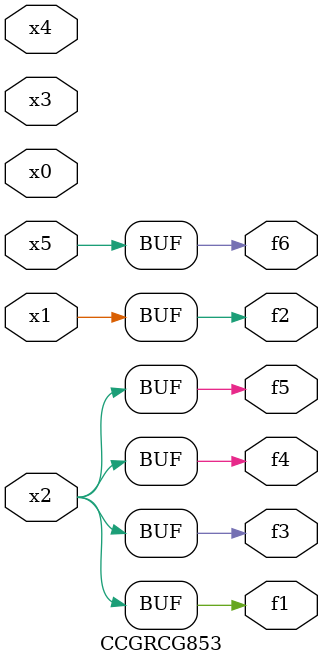
<source format=v>
module CCGRCG853(
	input x0, x1, x2, x3, x4, x5,
	output f1, f2, f3, f4, f5, f6
);
	assign f1 = x2;
	assign f2 = x1;
	assign f3 = x2;
	assign f4 = x2;
	assign f5 = x2;
	assign f6 = x5;
endmodule

</source>
